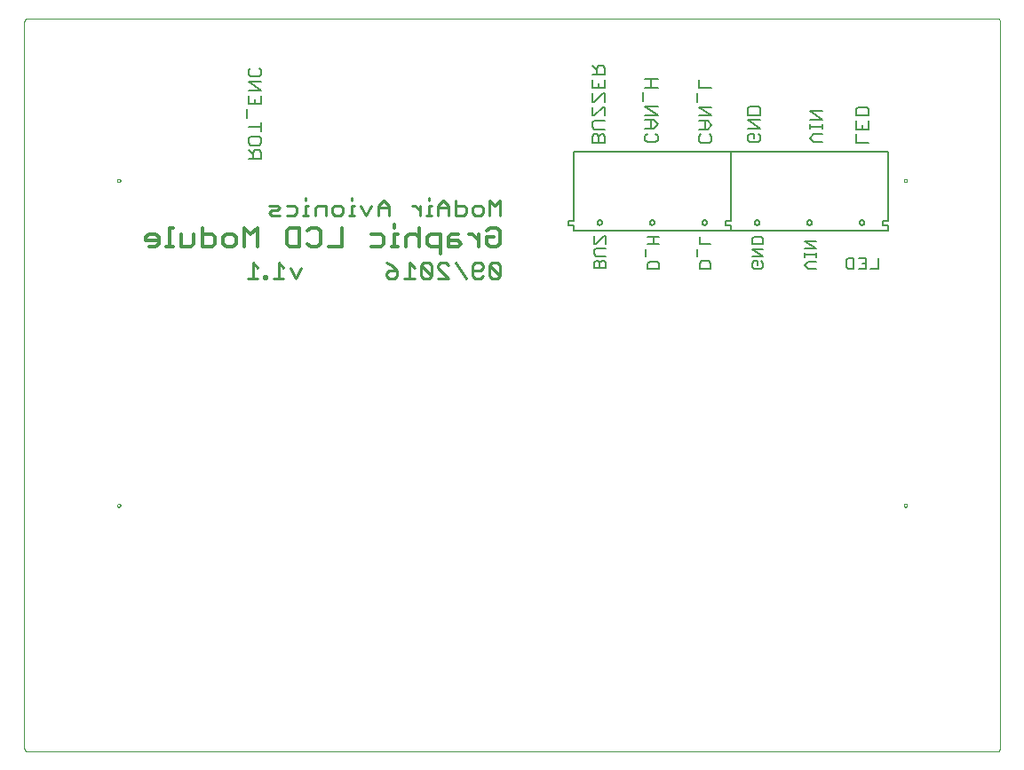
<source format=gbo>
G75*
%MOIN*%
%OFA0B0*%
%FSLAX25Y25*%
%IPPOS*%
%LPD*%
%AMOC8*
5,1,8,0,0,1.08239X$1,22.5*
%
%ADD10C,0.00800*%
%ADD11C,0.00000*%
%ADD12C,0.01100*%
%ADD13C,0.01300*%
%ADD14C,0.00500*%
D10*
X0214904Y0182667D02*
X0214904Y0184769D01*
X0215605Y0185469D01*
X0216305Y0185469D01*
X0217006Y0184769D01*
X0217006Y0182667D01*
X0214904Y0182667D02*
X0219108Y0182667D01*
X0219108Y0184769D01*
X0218407Y0185469D01*
X0217706Y0185469D01*
X0217006Y0184769D01*
X0215605Y0187271D02*
X0214904Y0187971D01*
X0214904Y0189373D01*
X0215605Y0190073D01*
X0219108Y0190073D01*
X0219108Y0191875D02*
X0219108Y0194677D01*
X0218407Y0194677D01*
X0215605Y0191875D01*
X0214904Y0191875D01*
X0214904Y0194677D01*
X0215605Y0187271D02*
X0219108Y0187271D01*
X0234282Y0187074D02*
X0234282Y0189876D01*
X0234983Y0191678D02*
X0239186Y0191678D01*
X0237084Y0191678D02*
X0237084Y0194480D01*
X0234983Y0194480D02*
X0239186Y0194480D01*
X0238486Y0185272D02*
X0239186Y0184572D01*
X0239186Y0182470D01*
X0234983Y0182470D01*
X0234983Y0184572D01*
X0235683Y0185272D01*
X0238486Y0185272D01*
X0253652Y0187106D02*
X0253652Y0189909D01*
X0254353Y0191710D02*
X0254353Y0194513D01*
X0254353Y0191710D02*
X0258556Y0191710D01*
X0257856Y0185305D02*
X0255053Y0185305D01*
X0254353Y0184604D01*
X0254353Y0182502D01*
X0258556Y0182502D01*
X0258556Y0184604D01*
X0257856Y0185305D01*
X0274038Y0184604D02*
X0274038Y0183203D01*
X0274738Y0182502D01*
X0277541Y0182502D01*
X0278241Y0183203D01*
X0278241Y0184604D01*
X0277541Y0185305D01*
X0276140Y0185305D02*
X0276140Y0183904D01*
X0276140Y0185305D02*
X0274738Y0185305D01*
X0274038Y0184604D01*
X0274038Y0187106D02*
X0278241Y0187106D01*
X0274038Y0189909D01*
X0278241Y0189909D01*
X0278241Y0191710D02*
X0274038Y0191710D01*
X0274038Y0193812D01*
X0274738Y0194513D01*
X0277541Y0194513D01*
X0278241Y0193812D01*
X0278241Y0191710D01*
X0293920Y0192781D02*
X0298123Y0192781D01*
X0298123Y0189979D02*
X0293920Y0189979D01*
X0293920Y0188311D02*
X0293920Y0186909D01*
X0293920Y0187610D02*
X0298123Y0187610D01*
X0298123Y0186909D02*
X0298123Y0188311D01*
X0298123Y0189979D02*
X0293920Y0192781D01*
X0295321Y0185108D02*
X0293920Y0183707D01*
X0295321Y0182306D01*
X0298123Y0182306D01*
X0298123Y0185108D02*
X0295321Y0185108D01*
X0309456Y0185809D02*
X0309456Y0183006D01*
X0310156Y0182306D01*
X0312258Y0182306D01*
X0312258Y0186509D01*
X0310156Y0186509D01*
X0309456Y0185809D01*
X0314060Y0186509D02*
X0316862Y0186509D01*
X0316862Y0182306D01*
X0314060Y0182306D01*
X0315461Y0184407D02*
X0316862Y0184407D01*
X0318664Y0182306D02*
X0321466Y0182306D01*
X0321466Y0186509D01*
X0317818Y0229746D02*
X0313014Y0229746D01*
X0313014Y0232949D01*
X0313014Y0234903D02*
X0313014Y0238106D01*
X0313014Y0240059D02*
X0313014Y0242461D01*
X0313815Y0243262D01*
X0317018Y0243262D01*
X0317818Y0242461D01*
X0317818Y0240059D01*
X0313014Y0240059D01*
X0315416Y0236504D02*
X0315416Y0234903D01*
X0317818Y0234903D02*
X0313014Y0234903D01*
X0317818Y0234903D02*
X0317818Y0238106D01*
X0300495Y0238537D02*
X0295691Y0241740D01*
X0300495Y0241740D01*
X0300495Y0238537D02*
X0295691Y0238537D01*
X0295691Y0236701D02*
X0295691Y0235100D01*
X0295691Y0235900D02*
X0300495Y0235900D01*
X0300495Y0235100D02*
X0300495Y0236701D01*
X0300495Y0233146D02*
X0297293Y0233146D01*
X0295691Y0231545D01*
X0297293Y0229943D01*
X0300495Y0229943D01*
X0277267Y0230744D02*
X0276466Y0229943D01*
X0273264Y0229943D01*
X0272463Y0230744D01*
X0272463Y0232345D01*
X0273264Y0233146D01*
X0274865Y0233146D01*
X0274865Y0231545D01*
X0276466Y0233146D02*
X0277267Y0232345D01*
X0277267Y0230744D01*
X0277267Y0235100D02*
X0272463Y0235100D01*
X0272463Y0238302D02*
X0277267Y0238302D01*
X0277267Y0240256D02*
X0272463Y0240256D01*
X0272463Y0242658D01*
X0273264Y0243459D01*
X0276466Y0243459D01*
X0277267Y0242658D01*
X0277267Y0240256D01*
X0277267Y0235100D02*
X0272463Y0238302D01*
X0258960Y0240059D02*
X0254156Y0243262D01*
X0258960Y0243262D01*
X0258960Y0240059D02*
X0254156Y0240059D01*
X0254156Y0238106D02*
X0257359Y0238106D01*
X0258960Y0236504D01*
X0257359Y0234903D01*
X0254156Y0234903D01*
X0254957Y0232949D02*
X0254156Y0232148D01*
X0254156Y0230547D01*
X0254957Y0229746D01*
X0258159Y0229746D01*
X0258960Y0230547D01*
X0258960Y0232148D01*
X0258159Y0232949D01*
X0256558Y0234903D02*
X0256558Y0238106D01*
X0253355Y0245216D02*
X0253355Y0248418D01*
X0254156Y0250372D02*
X0254156Y0253575D01*
X0254156Y0250372D02*
X0258960Y0250372D01*
X0238684Y0250569D02*
X0233880Y0250569D01*
X0233080Y0248615D02*
X0233080Y0245412D01*
X0233880Y0243459D02*
X0238684Y0243459D01*
X0238684Y0240256D02*
X0233880Y0240256D01*
X0233880Y0238302D02*
X0237083Y0238302D01*
X0238684Y0236701D01*
X0237083Y0235100D01*
X0233880Y0235100D01*
X0234681Y0233146D02*
X0233880Y0232345D01*
X0233880Y0230744D01*
X0234681Y0229943D01*
X0237884Y0229943D01*
X0238684Y0230744D01*
X0238684Y0232345D01*
X0237884Y0233146D01*
X0236282Y0235100D02*
X0236282Y0238302D01*
X0238684Y0240256D02*
X0233880Y0243459D01*
X0236282Y0250569D02*
X0236282Y0253772D01*
X0238684Y0253772D02*
X0233880Y0253772D01*
X0218999Y0253575D02*
X0218999Y0250372D01*
X0214195Y0250372D01*
X0214195Y0253575D01*
X0214195Y0255528D02*
X0218999Y0255528D01*
X0218999Y0257930D01*
X0218199Y0258731D01*
X0216597Y0258731D01*
X0215797Y0257930D01*
X0215797Y0255528D01*
X0215797Y0257130D02*
X0214195Y0258731D01*
X0216597Y0251973D02*
X0216597Y0250372D01*
X0218199Y0248418D02*
X0214996Y0245216D01*
X0214195Y0245216D01*
X0214195Y0248418D01*
X0218199Y0248418D02*
X0218999Y0248418D01*
X0218999Y0245216D01*
X0218999Y0243262D02*
X0218199Y0243262D01*
X0214996Y0240059D01*
X0214195Y0240059D01*
X0214195Y0243262D01*
X0218999Y0243262D02*
X0218999Y0240059D01*
X0218999Y0238106D02*
X0214996Y0238106D01*
X0214195Y0237305D01*
X0214195Y0235704D01*
X0214996Y0234903D01*
X0218999Y0234903D01*
X0218199Y0232949D02*
X0217398Y0232949D01*
X0216597Y0232148D01*
X0216597Y0229746D01*
X0214195Y0229746D02*
X0214195Y0232148D01*
X0214996Y0232949D01*
X0215797Y0232949D01*
X0216597Y0232148D01*
X0218199Y0232949D02*
X0218999Y0232148D01*
X0218999Y0229746D01*
X0214195Y0229746D01*
X0089974Y0229727D02*
X0089173Y0228926D01*
X0085971Y0228926D01*
X0085170Y0229727D01*
X0085170Y0231328D01*
X0085971Y0232129D01*
X0089173Y0232129D01*
X0089974Y0231328D01*
X0089974Y0229727D01*
X0089173Y0226972D02*
X0087572Y0226972D01*
X0086771Y0226172D01*
X0086771Y0223770D01*
X0085170Y0223770D02*
X0089974Y0223770D01*
X0089974Y0226172D01*
X0089173Y0226972D01*
X0086771Y0225371D02*
X0085170Y0226972D01*
X0089974Y0234083D02*
X0089974Y0237285D01*
X0089974Y0235684D02*
X0085170Y0235684D01*
X0084369Y0239239D02*
X0084369Y0242442D01*
X0085170Y0244395D02*
X0085170Y0247598D01*
X0085170Y0249552D02*
X0089974Y0249552D01*
X0085170Y0252754D01*
X0089974Y0252754D01*
X0089173Y0254708D02*
X0085971Y0254708D01*
X0085170Y0255509D01*
X0085170Y0257110D01*
X0085971Y0257911D01*
X0089173Y0257911D02*
X0089974Y0257110D01*
X0089974Y0255509D01*
X0089173Y0254708D01*
X0089974Y0247598D02*
X0089974Y0244395D01*
X0085170Y0244395D01*
X0087572Y0244395D02*
X0087572Y0245997D01*
D11*
X0001000Y0275409D02*
X0001000Y0002181D01*
X0001002Y0002115D01*
X0001007Y0002049D01*
X0001017Y0001983D01*
X0001030Y0001918D01*
X0001046Y0001854D01*
X0001066Y0001791D01*
X0001090Y0001729D01*
X0001117Y0001669D01*
X0001147Y0001610D01*
X0001181Y0001553D01*
X0001218Y0001498D01*
X0001258Y0001445D01*
X0001300Y0001394D01*
X0001346Y0001346D01*
X0001394Y0001300D01*
X0001445Y0001258D01*
X0001498Y0001218D01*
X0001553Y0001181D01*
X0001610Y0001147D01*
X0001669Y0001117D01*
X0001729Y0001090D01*
X0001791Y0001066D01*
X0001854Y0001046D01*
X0001918Y0001030D01*
X0001983Y0001017D01*
X0002049Y0001007D01*
X0002115Y0001002D01*
X0002181Y0001000D01*
X0365961Y0001000D01*
X0366027Y0001002D01*
X0366093Y0001007D01*
X0366159Y0001017D01*
X0366224Y0001030D01*
X0366288Y0001046D01*
X0366351Y0001066D01*
X0366413Y0001090D01*
X0366473Y0001117D01*
X0366532Y0001147D01*
X0366589Y0001181D01*
X0366644Y0001218D01*
X0366697Y0001258D01*
X0366748Y0001300D01*
X0366796Y0001346D01*
X0366842Y0001394D01*
X0366884Y0001445D01*
X0366924Y0001498D01*
X0366961Y0001553D01*
X0366995Y0001610D01*
X0367025Y0001669D01*
X0367052Y0001729D01*
X0367076Y0001791D01*
X0367096Y0001854D01*
X0367112Y0001918D01*
X0367125Y0001983D01*
X0367135Y0002049D01*
X0367140Y0002115D01*
X0367142Y0002181D01*
X0367142Y0275409D01*
X0367140Y0275475D01*
X0367135Y0275541D01*
X0367125Y0275607D01*
X0367112Y0275672D01*
X0367096Y0275736D01*
X0367076Y0275799D01*
X0367052Y0275861D01*
X0367025Y0275921D01*
X0366995Y0275980D01*
X0366961Y0276037D01*
X0366924Y0276092D01*
X0366884Y0276145D01*
X0366842Y0276196D01*
X0366796Y0276244D01*
X0366748Y0276290D01*
X0366697Y0276332D01*
X0366644Y0276372D01*
X0366589Y0276409D01*
X0366532Y0276443D01*
X0366473Y0276473D01*
X0366413Y0276500D01*
X0366351Y0276524D01*
X0366288Y0276544D01*
X0366224Y0276560D01*
X0366159Y0276573D01*
X0366093Y0276583D01*
X0366027Y0276588D01*
X0365961Y0276590D01*
X0365961Y0276591D02*
X0002181Y0276591D01*
X0002181Y0276590D02*
X0002115Y0276588D01*
X0002049Y0276583D01*
X0001983Y0276573D01*
X0001918Y0276560D01*
X0001854Y0276544D01*
X0001791Y0276524D01*
X0001729Y0276500D01*
X0001669Y0276473D01*
X0001610Y0276443D01*
X0001553Y0276409D01*
X0001498Y0276372D01*
X0001445Y0276332D01*
X0001394Y0276290D01*
X0001346Y0276244D01*
X0001300Y0276196D01*
X0001258Y0276145D01*
X0001218Y0276092D01*
X0001181Y0276037D01*
X0001147Y0275980D01*
X0001117Y0275921D01*
X0001090Y0275861D01*
X0001066Y0275799D01*
X0001046Y0275736D01*
X0001030Y0275672D01*
X0001017Y0275607D01*
X0001007Y0275541D01*
X0001002Y0275475D01*
X0001000Y0275409D01*
X0035842Y0215567D02*
X0035844Y0215615D01*
X0035850Y0215663D01*
X0035860Y0215710D01*
X0035873Y0215756D01*
X0035891Y0215801D01*
X0035911Y0215845D01*
X0035936Y0215887D01*
X0035964Y0215926D01*
X0035994Y0215963D01*
X0036028Y0215997D01*
X0036065Y0216029D01*
X0036103Y0216058D01*
X0036144Y0216083D01*
X0036187Y0216105D01*
X0036232Y0216123D01*
X0036278Y0216137D01*
X0036325Y0216148D01*
X0036373Y0216155D01*
X0036421Y0216158D01*
X0036469Y0216157D01*
X0036517Y0216152D01*
X0036565Y0216143D01*
X0036611Y0216131D01*
X0036656Y0216114D01*
X0036700Y0216094D01*
X0036742Y0216071D01*
X0036782Y0216044D01*
X0036820Y0216014D01*
X0036855Y0215981D01*
X0036887Y0215945D01*
X0036917Y0215907D01*
X0036943Y0215866D01*
X0036965Y0215823D01*
X0036985Y0215779D01*
X0037000Y0215734D01*
X0037012Y0215687D01*
X0037020Y0215639D01*
X0037024Y0215591D01*
X0037024Y0215543D01*
X0037020Y0215495D01*
X0037012Y0215447D01*
X0037000Y0215400D01*
X0036985Y0215355D01*
X0036965Y0215311D01*
X0036943Y0215268D01*
X0036917Y0215227D01*
X0036887Y0215189D01*
X0036855Y0215153D01*
X0036820Y0215120D01*
X0036782Y0215090D01*
X0036742Y0215063D01*
X0036700Y0215040D01*
X0036656Y0215020D01*
X0036611Y0215003D01*
X0036565Y0214991D01*
X0036517Y0214982D01*
X0036469Y0214977D01*
X0036421Y0214976D01*
X0036373Y0214979D01*
X0036325Y0214986D01*
X0036278Y0214997D01*
X0036232Y0215011D01*
X0036187Y0215029D01*
X0036144Y0215051D01*
X0036103Y0215076D01*
X0036065Y0215105D01*
X0036028Y0215137D01*
X0035994Y0215171D01*
X0035964Y0215208D01*
X0035936Y0215247D01*
X0035911Y0215289D01*
X0035891Y0215333D01*
X0035873Y0215378D01*
X0035860Y0215424D01*
X0035850Y0215471D01*
X0035844Y0215519D01*
X0035842Y0215567D01*
X0035842Y0093520D02*
X0035844Y0093568D01*
X0035850Y0093616D01*
X0035860Y0093663D01*
X0035873Y0093709D01*
X0035891Y0093754D01*
X0035911Y0093798D01*
X0035936Y0093840D01*
X0035964Y0093879D01*
X0035994Y0093916D01*
X0036028Y0093950D01*
X0036065Y0093982D01*
X0036103Y0094011D01*
X0036144Y0094036D01*
X0036187Y0094058D01*
X0036232Y0094076D01*
X0036278Y0094090D01*
X0036325Y0094101D01*
X0036373Y0094108D01*
X0036421Y0094111D01*
X0036469Y0094110D01*
X0036517Y0094105D01*
X0036565Y0094096D01*
X0036611Y0094084D01*
X0036656Y0094067D01*
X0036700Y0094047D01*
X0036742Y0094024D01*
X0036782Y0093997D01*
X0036820Y0093967D01*
X0036855Y0093934D01*
X0036887Y0093898D01*
X0036917Y0093860D01*
X0036943Y0093819D01*
X0036965Y0093776D01*
X0036985Y0093732D01*
X0037000Y0093687D01*
X0037012Y0093640D01*
X0037020Y0093592D01*
X0037024Y0093544D01*
X0037024Y0093496D01*
X0037020Y0093448D01*
X0037012Y0093400D01*
X0037000Y0093353D01*
X0036985Y0093308D01*
X0036965Y0093264D01*
X0036943Y0093221D01*
X0036917Y0093180D01*
X0036887Y0093142D01*
X0036855Y0093106D01*
X0036820Y0093073D01*
X0036782Y0093043D01*
X0036742Y0093016D01*
X0036700Y0092993D01*
X0036656Y0092973D01*
X0036611Y0092956D01*
X0036565Y0092944D01*
X0036517Y0092935D01*
X0036469Y0092930D01*
X0036421Y0092929D01*
X0036373Y0092932D01*
X0036325Y0092939D01*
X0036278Y0092950D01*
X0036232Y0092964D01*
X0036187Y0092982D01*
X0036144Y0093004D01*
X0036103Y0093029D01*
X0036065Y0093058D01*
X0036028Y0093090D01*
X0035994Y0093124D01*
X0035964Y0093161D01*
X0035936Y0093200D01*
X0035911Y0093242D01*
X0035891Y0093286D01*
X0035873Y0093331D01*
X0035860Y0093377D01*
X0035850Y0093424D01*
X0035844Y0093472D01*
X0035842Y0093520D01*
X0331118Y0093520D02*
X0331120Y0093568D01*
X0331126Y0093616D01*
X0331136Y0093663D01*
X0331149Y0093709D01*
X0331167Y0093754D01*
X0331187Y0093798D01*
X0331212Y0093840D01*
X0331240Y0093879D01*
X0331270Y0093916D01*
X0331304Y0093950D01*
X0331341Y0093982D01*
X0331379Y0094011D01*
X0331420Y0094036D01*
X0331463Y0094058D01*
X0331508Y0094076D01*
X0331554Y0094090D01*
X0331601Y0094101D01*
X0331649Y0094108D01*
X0331697Y0094111D01*
X0331745Y0094110D01*
X0331793Y0094105D01*
X0331841Y0094096D01*
X0331887Y0094084D01*
X0331932Y0094067D01*
X0331976Y0094047D01*
X0332018Y0094024D01*
X0332058Y0093997D01*
X0332096Y0093967D01*
X0332131Y0093934D01*
X0332163Y0093898D01*
X0332193Y0093860D01*
X0332219Y0093819D01*
X0332241Y0093776D01*
X0332261Y0093732D01*
X0332276Y0093687D01*
X0332288Y0093640D01*
X0332296Y0093592D01*
X0332300Y0093544D01*
X0332300Y0093496D01*
X0332296Y0093448D01*
X0332288Y0093400D01*
X0332276Y0093353D01*
X0332261Y0093308D01*
X0332241Y0093264D01*
X0332219Y0093221D01*
X0332193Y0093180D01*
X0332163Y0093142D01*
X0332131Y0093106D01*
X0332096Y0093073D01*
X0332058Y0093043D01*
X0332018Y0093016D01*
X0331976Y0092993D01*
X0331932Y0092973D01*
X0331887Y0092956D01*
X0331841Y0092944D01*
X0331793Y0092935D01*
X0331745Y0092930D01*
X0331697Y0092929D01*
X0331649Y0092932D01*
X0331601Y0092939D01*
X0331554Y0092950D01*
X0331508Y0092964D01*
X0331463Y0092982D01*
X0331420Y0093004D01*
X0331379Y0093029D01*
X0331341Y0093058D01*
X0331304Y0093090D01*
X0331270Y0093124D01*
X0331240Y0093161D01*
X0331212Y0093200D01*
X0331187Y0093242D01*
X0331167Y0093286D01*
X0331149Y0093331D01*
X0331136Y0093377D01*
X0331126Y0093424D01*
X0331120Y0093472D01*
X0331118Y0093520D01*
X0331118Y0215567D02*
X0331120Y0215615D01*
X0331126Y0215663D01*
X0331136Y0215710D01*
X0331149Y0215756D01*
X0331167Y0215801D01*
X0331187Y0215845D01*
X0331212Y0215887D01*
X0331240Y0215926D01*
X0331270Y0215963D01*
X0331304Y0215997D01*
X0331341Y0216029D01*
X0331379Y0216058D01*
X0331420Y0216083D01*
X0331463Y0216105D01*
X0331508Y0216123D01*
X0331554Y0216137D01*
X0331601Y0216148D01*
X0331649Y0216155D01*
X0331697Y0216158D01*
X0331745Y0216157D01*
X0331793Y0216152D01*
X0331841Y0216143D01*
X0331887Y0216131D01*
X0331932Y0216114D01*
X0331976Y0216094D01*
X0332018Y0216071D01*
X0332058Y0216044D01*
X0332096Y0216014D01*
X0332131Y0215981D01*
X0332163Y0215945D01*
X0332193Y0215907D01*
X0332219Y0215866D01*
X0332241Y0215823D01*
X0332261Y0215779D01*
X0332276Y0215734D01*
X0332288Y0215687D01*
X0332296Y0215639D01*
X0332300Y0215591D01*
X0332300Y0215543D01*
X0332296Y0215495D01*
X0332288Y0215447D01*
X0332276Y0215400D01*
X0332261Y0215355D01*
X0332241Y0215311D01*
X0332219Y0215268D01*
X0332193Y0215227D01*
X0332163Y0215189D01*
X0332131Y0215153D01*
X0332096Y0215120D01*
X0332058Y0215090D01*
X0332018Y0215063D01*
X0331976Y0215040D01*
X0331932Y0215020D01*
X0331887Y0215003D01*
X0331841Y0214991D01*
X0331793Y0214982D01*
X0331745Y0214977D01*
X0331697Y0214976D01*
X0331649Y0214979D01*
X0331601Y0214986D01*
X0331554Y0214997D01*
X0331508Y0215011D01*
X0331463Y0215029D01*
X0331420Y0215051D01*
X0331379Y0215076D01*
X0331341Y0215105D01*
X0331304Y0215137D01*
X0331270Y0215171D01*
X0331240Y0215208D01*
X0331212Y0215247D01*
X0331187Y0215289D01*
X0331167Y0215333D01*
X0331149Y0215378D01*
X0331136Y0215424D01*
X0331126Y0215471D01*
X0331120Y0215519D01*
X0331118Y0215567D01*
D12*
X0179584Y0208242D02*
X0179584Y0202337D01*
X0175647Y0202337D02*
X0175647Y0208242D01*
X0177616Y0206274D01*
X0179584Y0208242D01*
X0173138Y0205290D02*
X0173138Y0203322D01*
X0172154Y0202337D01*
X0170186Y0202337D01*
X0169202Y0203322D01*
X0169202Y0205290D01*
X0170186Y0206274D01*
X0172154Y0206274D01*
X0173138Y0205290D01*
X0166693Y0205290D02*
X0165709Y0206274D01*
X0162756Y0206274D01*
X0162756Y0208242D02*
X0162756Y0202337D01*
X0165709Y0202337D01*
X0166693Y0203322D01*
X0166693Y0205290D01*
X0160247Y0205290D02*
X0156311Y0205290D01*
X0156311Y0206274D02*
X0156311Y0202337D01*
X0153802Y0202337D02*
X0151834Y0202337D01*
X0152818Y0202337D02*
X0152818Y0206274D01*
X0153802Y0206274D01*
X0152818Y0208242D02*
X0152818Y0209227D01*
X0149505Y0206274D02*
X0149505Y0202337D01*
X0149505Y0204306D02*
X0147537Y0206274D01*
X0146552Y0206274D01*
X0137688Y0206274D02*
X0137688Y0202337D01*
X0137688Y0205290D02*
X0133751Y0205290D01*
X0133751Y0206274D02*
X0133751Y0202337D01*
X0129274Y0202337D02*
X0127306Y0206274D01*
X0124797Y0206274D02*
X0123813Y0206274D01*
X0123813Y0202337D01*
X0124797Y0202337D02*
X0122829Y0202337D01*
X0120500Y0203322D02*
X0119516Y0202337D01*
X0117548Y0202337D01*
X0116563Y0203322D01*
X0116563Y0205290D01*
X0117548Y0206274D01*
X0119516Y0206274D01*
X0120500Y0205290D01*
X0120500Y0203322D01*
X0123813Y0208242D02*
X0123813Y0209227D01*
X0131243Y0206274D02*
X0129274Y0202337D01*
X0133751Y0206274D02*
X0135720Y0208242D01*
X0137688Y0206274D01*
X0156311Y0206274D02*
X0158279Y0208242D01*
X0160247Y0206274D01*
X0160247Y0202337D01*
X0159263Y0184620D02*
X0157295Y0184620D01*
X0156311Y0183636D01*
X0156311Y0182652D01*
X0160247Y0178715D01*
X0156311Y0178715D01*
X0153802Y0179700D02*
X0149865Y0183636D01*
X0149865Y0179700D01*
X0150849Y0178715D01*
X0152818Y0178715D01*
X0153802Y0179700D01*
X0153802Y0183636D01*
X0152818Y0184620D01*
X0150849Y0184620D01*
X0149865Y0183636D01*
X0147356Y0182652D02*
X0145388Y0184620D01*
X0145388Y0178715D01*
X0147356Y0178715D02*
X0143420Y0178715D01*
X0140911Y0179700D02*
X0139927Y0178715D01*
X0137958Y0178715D01*
X0136974Y0179700D01*
X0136974Y0180684D01*
X0137958Y0181668D01*
X0140911Y0181668D01*
X0140911Y0179700D01*
X0140911Y0181668D02*
X0138943Y0183636D01*
X0136974Y0184620D01*
X0159263Y0184620D02*
X0160247Y0183636D01*
X0162756Y0184620D02*
X0166693Y0178715D01*
X0169202Y0179700D02*
X0169202Y0183636D01*
X0170186Y0184620D01*
X0172154Y0184620D01*
X0173138Y0183636D01*
X0173138Y0182652D01*
X0172154Y0181668D01*
X0169202Y0181668D01*
X0169202Y0179700D02*
X0170186Y0178715D01*
X0172154Y0178715D01*
X0173138Y0179700D01*
X0175647Y0179700D02*
X0176631Y0178715D01*
X0178600Y0178715D01*
X0179584Y0179700D01*
X0175647Y0183636D01*
X0175647Y0179700D01*
X0179584Y0179700D02*
X0179584Y0183636D01*
X0178600Y0184620D01*
X0176631Y0184620D01*
X0175647Y0183636D01*
X0114055Y0202337D02*
X0114055Y0206274D01*
X0111102Y0206274D01*
X0110118Y0205290D01*
X0110118Y0202337D01*
X0107609Y0202337D02*
X0105641Y0202337D01*
X0106625Y0202337D02*
X0106625Y0206274D01*
X0107609Y0206274D01*
X0106625Y0208242D02*
X0106625Y0209227D01*
X0103312Y0205290D02*
X0102328Y0206274D01*
X0099375Y0206274D01*
X0096867Y0205290D02*
X0095882Y0206274D01*
X0092930Y0206274D01*
X0093914Y0204306D02*
X0095882Y0204306D01*
X0096867Y0205290D01*
X0096867Y0202337D02*
X0093914Y0202337D01*
X0092930Y0203322D01*
X0093914Y0204306D01*
X0099375Y0202337D02*
X0102328Y0202337D01*
X0103312Y0203322D01*
X0103312Y0205290D01*
X0096367Y0184620D02*
X0096367Y0178715D01*
X0098335Y0178715D02*
X0094399Y0178715D01*
X0091890Y0178715D02*
X0090906Y0178715D01*
X0090906Y0179700D01*
X0091890Y0179700D01*
X0091890Y0178715D01*
X0088667Y0178715D02*
X0084730Y0178715D01*
X0086699Y0178715D02*
X0086699Y0184620D01*
X0088667Y0182652D01*
X0096367Y0184620D02*
X0098335Y0182652D01*
X0100844Y0182652D02*
X0102812Y0178715D01*
X0104781Y0182652D01*
D13*
X0104256Y0190626D02*
X0100603Y0190626D01*
X0099385Y0191844D01*
X0099385Y0196715D01*
X0100603Y0197933D01*
X0104256Y0197933D01*
X0104256Y0190626D01*
X0107304Y0191844D02*
X0108521Y0190626D01*
X0110957Y0190626D01*
X0112174Y0191844D01*
X0112174Y0196715D01*
X0110957Y0197933D01*
X0108521Y0197933D01*
X0107304Y0196715D01*
X0115222Y0190626D02*
X0120093Y0190626D01*
X0120093Y0197933D01*
X0131060Y0195497D02*
X0134713Y0195497D01*
X0135931Y0194279D01*
X0135931Y0191844D01*
X0134713Y0190626D01*
X0131060Y0190626D01*
X0138774Y0190626D02*
X0141210Y0190626D01*
X0139992Y0190626D02*
X0139992Y0195497D01*
X0141210Y0195497D01*
X0139992Y0197933D02*
X0139992Y0199150D01*
X0144258Y0194279D02*
X0145475Y0195497D01*
X0147911Y0195497D01*
X0149129Y0194279D01*
X0152177Y0194279D02*
X0153394Y0195497D01*
X0157047Y0195497D01*
X0157047Y0188191D01*
X0157047Y0190626D02*
X0153394Y0190626D01*
X0152177Y0191844D01*
X0152177Y0194279D01*
X0149129Y0190626D02*
X0149129Y0197933D01*
X0144258Y0194279D02*
X0144258Y0190626D01*
X0160095Y0190626D02*
X0163748Y0190626D01*
X0164966Y0191844D01*
X0163748Y0193062D01*
X0160095Y0193062D01*
X0160095Y0194279D02*
X0160095Y0190626D01*
X0160095Y0194279D02*
X0161313Y0195497D01*
X0163748Y0195497D01*
X0167912Y0195497D02*
X0169130Y0195497D01*
X0171565Y0193062D01*
X0171565Y0195497D02*
X0171565Y0190626D01*
X0174613Y0191844D02*
X0174613Y0194279D01*
X0177048Y0194279D01*
X0174613Y0191844D02*
X0175831Y0190626D01*
X0178266Y0190626D01*
X0179484Y0191844D01*
X0179484Y0196715D01*
X0178266Y0197933D01*
X0175831Y0197933D01*
X0174613Y0196715D01*
X0088418Y0197933D02*
X0088418Y0190626D01*
X0083547Y0190626D02*
X0083547Y0197933D01*
X0085983Y0195497D01*
X0088418Y0197933D01*
X0080499Y0194279D02*
X0080499Y0191844D01*
X0079282Y0190626D01*
X0076846Y0190626D01*
X0075629Y0191844D01*
X0075629Y0194279D01*
X0076846Y0195497D01*
X0079282Y0195497D01*
X0080499Y0194279D01*
X0072581Y0194279D02*
X0071363Y0195497D01*
X0067710Y0195497D01*
X0067710Y0197933D02*
X0067710Y0190626D01*
X0071363Y0190626D01*
X0072581Y0191844D01*
X0072581Y0194279D01*
X0064662Y0195497D02*
X0064662Y0191844D01*
X0063444Y0190626D01*
X0059791Y0190626D01*
X0059791Y0195497D01*
X0056743Y0197933D02*
X0055525Y0197933D01*
X0055525Y0190626D01*
X0054308Y0190626D02*
X0056743Y0190626D01*
X0051464Y0191844D02*
X0050246Y0190626D01*
X0047811Y0190626D01*
X0046593Y0193062D02*
X0051464Y0193062D01*
X0051464Y0194279D02*
X0050246Y0195497D01*
X0047811Y0195497D01*
X0046593Y0194279D01*
X0046593Y0193062D01*
X0051464Y0191844D02*
X0051464Y0194279D01*
D14*
X0205134Y0198638D02*
X0207102Y0198638D01*
X0207102Y0196669D01*
X0266157Y0196669D01*
X0266157Y0198638D01*
X0264189Y0198638D01*
X0264189Y0200606D01*
X0266157Y0200606D01*
X0266157Y0226591D01*
X0207102Y0226591D01*
X0207102Y0200606D01*
X0205134Y0200606D01*
X0205134Y0198638D01*
X0216065Y0199819D02*
X0216067Y0199878D01*
X0216073Y0199936D01*
X0216083Y0199994D01*
X0216096Y0200051D01*
X0216114Y0200108D01*
X0216135Y0200163D01*
X0216160Y0200216D01*
X0216188Y0200267D01*
X0216219Y0200317D01*
X0216254Y0200364D01*
X0216292Y0200409D01*
X0216333Y0200452D01*
X0216377Y0200491D01*
X0216423Y0200527D01*
X0216471Y0200561D01*
X0216522Y0200591D01*
X0216575Y0200617D01*
X0216629Y0200640D01*
X0216684Y0200659D01*
X0216741Y0200675D01*
X0216799Y0200687D01*
X0216857Y0200695D01*
X0216916Y0200699D01*
X0216974Y0200699D01*
X0217033Y0200695D01*
X0217091Y0200687D01*
X0217149Y0200675D01*
X0217206Y0200659D01*
X0217261Y0200640D01*
X0217315Y0200617D01*
X0217368Y0200591D01*
X0217419Y0200561D01*
X0217467Y0200527D01*
X0217513Y0200491D01*
X0217557Y0200452D01*
X0217598Y0200409D01*
X0217636Y0200364D01*
X0217671Y0200317D01*
X0217702Y0200267D01*
X0217730Y0200216D01*
X0217755Y0200163D01*
X0217776Y0200108D01*
X0217794Y0200051D01*
X0217807Y0199994D01*
X0217817Y0199936D01*
X0217823Y0199878D01*
X0217825Y0199819D01*
X0217823Y0199760D01*
X0217817Y0199702D01*
X0217807Y0199644D01*
X0217794Y0199587D01*
X0217776Y0199530D01*
X0217755Y0199475D01*
X0217730Y0199422D01*
X0217702Y0199371D01*
X0217671Y0199321D01*
X0217636Y0199274D01*
X0217598Y0199229D01*
X0217557Y0199186D01*
X0217513Y0199147D01*
X0217467Y0199111D01*
X0217419Y0199077D01*
X0217368Y0199047D01*
X0217315Y0199021D01*
X0217261Y0198998D01*
X0217206Y0198979D01*
X0217149Y0198963D01*
X0217091Y0198951D01*
X0217033Y0198943D01*
X0216974Y0198939D01*
X0216916Y0198939D01*
X0216857Y0198943D01*
X0216799Y0198951D01*
X0216741Y0198963D01*
X0216684Y0198979D01*
X0216629Y0198998D01*
X0216575Y0199021D01*
X0216522Y0199047D01*
X0216471Y0199077D01*
X0216423Y0199111D01*
X0216377Y0199147D01*
X0216333Y0199186D01*
X0216292Y0199229D01*
X0216254Y0199274D01*
X0216219Y0199321D01*
X0216188Y0199371D01*
X0216160Y0199422D01*
X0216135Y0199475D01*
X0216114Y0199530D01*
X0216096Y0199587D01*
X0216083Y0199644D01*
X0216073Y0199702D01*
X0216067Y0199760D01*
X0216065Y0199819D01*
X0235750Y0199819D02*
X0235752Y0199878D01*
X0235758Y0199936D01*
X0235768Y0199994D01*
X0235781Y0200051D01*
X0235799Y0200108D01*
X0235820Y0200163D01*
X0235845Y0200216D01*
X0235873Y0200267D01*
X0235904Y0200317D01*
X0235939Y0200364D01*
X0235977Y0200409D01*
X0236018Y0200452D01*
X0236062Y0200491D01*
X0236108Y0200527D01*
X0236156Y0200561D01*
X0236207Y0200591D01*
X0236260Y0200617D01*
X0236314Y0200640D01*
X0236369Y0200659D01*
X0236426Y0200675D01*
X0236484Y0200687D01*
X0236542Y0200695D01*
X0236601Y0200699D01*
X0236659Y0200699D01*
X0236718Y0200695D01*
X0236776Y0200687D01*
X0236834Y0200675D01*
X0236891Y0200659D01*
X0236946Y0200640D01*
X0237000Y0200617D01*
X0237053Y0200591D01*
X0237104Y0200561D01*
X0237152Y0200527D01*
X0237198Y0200491D01*
X0237242Y0200452D01*
X0237283Y0200409D01*
X0237321Y0200364D01*
X0237356Y0200317D01*
X0237387Y0200267D01*
X0237415Y0200216D01*
X0237440Y0200163D01*
X0237461Y0200108D01*
X0237479Y0200051D01*
X0237492Y0199994D01*
X0237502Y0199936D01*
X0237508Y0199878D01*
X0237510Y0199819D01*
X0237508Y0199760D01*
X0237502Y0199702D01*
X0237492Y0199644D01*
X0237479Y0199587D01*
X0237461Y0199530D01*
X0237440Y0199475D01*
X0237415Y0199422D01*
X0237387Y0199371D01*
X0237356Y0199321D01*
X0237321Y0199274D01*
X0237283Y0199229D01*
X0237242Y0199186D01*
X0237198Y0199147D01*
X0237152Y0199111D01*
X0237104Y0199077D01*
X0237053Y0199047D01*
X0237000Y0199021D01*
X0236946Y0198998D01*
X0236891Y0198979D01*
X0236834Y0198963D01*
X0236776Y0198951D01*
X0236718Y0198943D01*
X0236659Y0198939D01*
X0236601Y0198939D01*
X0236542Y0198943D01*
X0236484Y0198951D01*
X0236426Y0198963D01*
X0236369Y0198979D01*
X0236314Y0198998D01*
X0236260Y0199021D01*
X0236207Y0199047D01*
X0236156Y0199077D01*
X0236108Y0199111D01*
X0236062Y0199147D01*
X0236018Y0199186D01*
X0235977Y0199229D01*
X0235939Y0199274D01*
X0235904Y0199321D01*
X0235873Y0199371D01*
X0235845Y0199422D01*
X0235820Y0199475D01*
X0235799Y0199530D01*
X0235781Y0199587D01*
X0235768Y0199644D01*
X0235758Y0199702D01*
X0235752Y0199760D01*
X0235750Y0199819D01*
X0255435Y0199819D02*
X0255437Y0199878D01*
X0255443Y0199936D01*
X0255453Y0199994D01*
X0255466Y0200051D01*
X0255484Y0200108D01*
X0255505Y0200163D01*
X0255530Y0200216D01*
X0255558Y0200267D01*
X0255589Y0200317D01*
X0255624Y0200364D01*
X0255662Y0200409D01*
X0255703Y0200452D01*
X0255747Y0200491D01*
X0255793Y0200527D01*
X0255841Y0200561D01*
X0255892Y0200591D01*
X0255945Y0200617D01*
X0255999Y0200640D01*
X0256054Y0200659D01*
X0256111Y0200675D01*
X0256169Y0200687D01*
X0256227Y0200695D01*
X0256286Y0200699D01*
X0256344Y0200699D01*
X0256403Y0200695D01*
X0256461Y0200687D01*
X0256519Y0200675D01*
X0256576Y0200659D01*
X0256631Y0200640D01*
X0256685Y0200617D01*
X0256738Y0200591D01*
X0256789Y0200561D01*
X0256837Y0200527D01*
X0256883Y0200491D01*
X0256927Y0200452D01*
X0256968Y0200409D01*
X0257006Y0200364D01*
X0257041Y0200317D01*
X0257072Y0200267D01*
X0257100Y0200216D01*
X0257125Y0200163D01*
X0257146Y0200108D01*
X0257164Y0200051D01*
X0257177Y0199994D01*
X0257187Y0199936D01*
X0257193Y0199878D01*
X0257195Y0199819D01*
X0257193Y0199760D01*
X0257187Y0199702D01*
X0257177Y0199644D01*
X0257164Y0199587D01*
X0257146Y0199530D01*
X0257125Y0199475D01*
X0257100Y0199422D01*
X0257072Y0199371D01*
X0257041Y0199321D01*
X0257006Y0199274D01*
X0256968Y0199229D01*
X0256927Y0199186D01*
X0256883Y0199147D01*
X0256837Y0199111D01*
X0256789Y0199077D01*
X0256738Y0199047D01*
X0256685Y0199021D01*
X0256631Y0198998D01*
X0256576Y0198979D01*
X0256519Y0198963D01*
X0256461Y0198951D01*
X0256403Y0198943D01*
X0256344Y0198939D01*
X0256286Y0198939D01*
X0256227Y0198943D01*
X0256169Y0198951D01*
X0256111Y0198963D01*
X0256054Y0198979D01*
X0255999Y0198998D01*
X0255945Y0199021D01*
X0255892Y0199047D01*
X0255841Y0199077D01*
X0255793Y0199111D01*
X0255747Y0199147D01*
X0255703Y0199186D01*
X0255662Y0199229D01*
X0255624Y0199274D01*
X0255589Y0199321D01*
X0255558Y0199371D01*
X0255530Y0199422D01*
X0255505Y0199475D01*
X0255484Y0199530D01*
X0255466Y0199587D01*
X0255453Y0199644D01*
X0255443Y0199702D01*
X0255437Y0199760D01*
X0255435Y0199819D01*
X0264189Y0200606D02*
X0264189Y0198638D01*
X0266157Y0198638D01*
X0266157Y0196669D01*
X0325213Y0196669D01*
X0325213Y0198638D01*
X0323244Y0198638D01*
X0323244Y0200606D01*
X0325213Y0200606D01*
X0325213Y0226591D01*
X0266157Y0226591D01*
X0266157Y0200606D01*
X0264189Y0200606D01*
X0275120Y0199819D02*
X0275122Y0199878D01*
X0275128Y0199936D01*
X0275138Y0199994D01*
X0275151Y0200051D01*
X0275169Y0200108D01*
X0275190Y0200163D01*
X0275215Y0200216D01*
X0275243Y0200267D01*
X0275274Y0200317D01*
X0275309Y0200364D01*
X0275347Y0200409D01*
X0275388Y0200452D01*
X0275432Y0200491D01*
X0275478Y0200527D01*
X0275526Y0200561D01*
X0275577Y0200591D01*
X0275630Y0200617D01*
X0275684Y0200640D01*
X0275739Y0200659D01*
X0275796Y0200675D01*
X0275854Y0200687D01*
X0275912Y0200695D01*
X0275971Y0200699D01*
X0276029Y0200699D01*
X0276088Y0200695D01*
X0276146Y0200687D01*
X0276204Y0200675D01*
X0276261Y0200659D01*
X0276316Y0200640D01*
X0276370Y0200617D01*
X0276423Y0200591D01*
X0276474Y0200561D01*
X0276522Y0200527D01*
X0276568Y0200491D01*
X0276612Y0200452D01*
X0276653Y0200409D01*
X0276691Y0200364D01*
X0276726Y0200317D01*
X0276757Y0200267D01*
X0276785Y0200216D01*
X0276810Y0200163D01*
X0276831Y0200108D01*
X0276849Y0200051D01*
X0276862Y0199994D01*
X0276872Y0199936D01*
X0276878Y0199878D01*
X0276880Y0199819D01*
X0276878Y0199760D01*
X0276872Y0199702D01*
X0276862Y0199644D01*
X0276849Y0199587D01*
X0276831Y0199530D01*
X0276810Y0199475D01*
X0276785Y0199422D01*
X0276757Y0199371D01*
X0276726Y0199321D01*
X0276691Y0199274D01*
X0276653Y0199229D01*
X0276612Y0199186D01*
X0276568Y0199147D01*
X0276522Y0199111D01*
X0276474Y0199077D01*
X0276423Y0199047D01*
X0276370Y0199021D01*
X0276316Y0198998D01*
X0276261Y0198979D01*
X0276204Y0198963D01*
X0276146Y0198951D01*
X0276088Y0198943D01*
X0276029Y0198939D01*
X0275971Y0198939D01*
X0275912Y0198943D01*
X0275854Y0198951D01*
X0275796Y0198963D01*
X0275739Y0198979D01*
X0275684Y0198998D01*
X0275630Y0199021D01*
X0275577Y0199047D01*
X0275526Y0199077D01*
X0275478Y0199111D01*
X0275432Y0199147D01*
X0275388Y0199186D01*
X0275347Y0199229D01*
X0275309Y0199274D01*
X0275274Y0199321D01*
X0275243Y0199371D01*
X0275215Y0199422D01*
X0275190Y0199475D01*
X0275169Y0199530D01*
X0275151Y0199587D01*
X0275138Y0199644D01*
X0275128Y0199702D01*
X0275122Y0199760D01*
X0275120Y0199819D01*
X0294805Y0199819D02*
X0294807Y0199878D01*
X0294813Y0199936D01*
X0294823Y0199994D01*
X0294836Y0200051D01*
X0294854Y0200108D01*
X0294875Y0200163D01*
X0294900Y0200216D01*
X0294928Y0200267D01*
X0294959Y0200317D01*
X0294994Y0200364D01*
X0295032Y0200409D01*
X0295073Y0200452D01*
X0295117Y0200491D01*
X0295163Y0200527D01*
X0295211Y0200561D01*
X0295262Y0200591D01*
X0295315Y0200617D01*
X0295369Y0200640D01*
X0295424Y0200659D01*
X0295481Y0200675D01*
X0295539Y0200687D01*
X0295597Y0200695D01*
X0295656Y0200699D01*
X0295714Y0200699D01*
X0295773Y0200695D01*
X0295831Y0200687D01*
X0295889Y0200675D01*
X0295946Y0200659D01*
X0296001Y0200640D01*
X0296055Y0200617D01*
X0296108Y0200591D01*
X0296159Y0200561D01*
X0296207Y0200527D01*
X0296253Y0200491D01*
X0296297Y0200452D01*
X0296338Y0200409D01*
X0296376Y0200364D01*
X0296411Y0200317D01*
X0296442Y0200267D01*
X0296470Y0200216D01*
X0296495Y0200163D01*
X0296516Y0200108D01*
X0296534Y0200051D01*
X0296547Y0199994D01*
X0296557Y0199936D01*
X0296563Y0199878D01*
X0296565Y0199819D01*
X0296563Y0199760D01*
X0296557Y0199702D01*
X0296547Y0199644D01*
X0296534Y0199587D01*
X0296516Y0199530D01*
X0296495Y0199475D01*
X0296470Y0199422D01*
X0296442Y0199371D01*
X0296411Y0199321D01*
X0296376Y0199274D01*
X0296338Y0199229D01*
X0296297Y0199186D01*
X0296253Y0199147D01*
X0296207Y0199111D01*
X0296159Y0199077D01*
X0296108Y0199047D01*
X0296055Y0199021D01*
X0296001Y0198998D01*
X0295946Y0198979D01*
X0295889Y0198963D01*
X0295831Y0198951D01*
X0295773Y0198943D01*
X0295714Y0198939D01*
X0295656Y0198939D01*
X0295597Y0198943D01*
X0295539Y0198951D01*
X0295481Y0198963D01*
X0295424Y0198979D01*
X0295369Y0198998D01*
X0295315Y0199021D01*
X0295262Y0199047D01*
X0295211Y0199077D01*
X0295163Y0199111D01*
X0295117Y0199147D01*
X0295073Y0199186D01*
X0295032Y0199229D01*
X0294994Y0199274D01*
X0294959Y0199321D01*
X0294928Y0199371D01*
X0294900Y0199422D01*
X0294875Y0199475D01*
X0294854Y0199530D01*
X0294836Y0199587D01*
X0294823Y0199644D01*
X0294813Y0199702D01*
X0294807Y0199760D01*
X0294805Y0199819D01*
X0314490Y0199819D02*
X0314492Y0199878D01*
X0314498Y0199936D01*
X0314508Y0199994D01*
X0314521Y0200051D01*
X0314539Y0200108D01*
X0314560Y0200163D01*
X0314585Y0200216D01*
X0314613Y0200267D01*
X0314644Y0200317D01*
X0314679Y0200364D01*
X0314717Y0200409D01*
X0314758Y0200452D01*
X0314802Y0200491D01*
X0314848Y0200527D01*
X0314896Y0200561D01*
X0314947Y0200591D01*
X0315000Y0200617D01*
X0315054Y0200640D01*
X0315109Y0200659D01*
X0315166Y0200675D01*
X0315224Y0200687D01*
X0315282Y0200695D01*
X0315341Y0200699D01*
X0315399Y0200699D01*
X0315458Y0200695D01*
X0315516Y0200687D01*
X0315574Y0200675D01*
X0315631Y0200659D01*
X0315686Y0200640D01*
X0315740Y0200617D01*
X0315793Y0200591D01*
X0315844Y0200561D01*
X0315892Y0200527D01*
X0315938Y0200491D01*
X0315982Y0200452D01*
X0316023Y0200409D01*
X0316061Y0200364D01*
X0316096Y0200317D01*
X0316127Y0200267D01*
X0316155Y0200216D01*
X0316180Y0200163D01*
X0316201Y0200108D01*
X0316219Y0200051D01*
X0316232Y0199994D01*
X0316242Y0199936D01*
X0316248Y0199878D01*
X0316250Y0199819D01*
X0316248Y0199760D01*
X0316242Y0199702D01*
X0316232Y0199644D01*
X0316219Y0199587D01*
X0316201Y0199530D01*
X0316180Y0199475D01*
X0316155Y0199422D01*
X0316127Y0199371D01*
X0316096Y0199321D01*
X0316061Y0199274D01*
X0316023Y0199229D01*
X0315982Y0199186D01*
X0315938Y0199147D01*
X0315892Y0199111D01*
X0315844Y0199077D01*
X0315793Y0199047D01*
X0315740Y0199021D01*
X0315686Y0198998D01*
X0315631Y0198979D01*
X0315574Y0198963D01*
X0315516Y0198951D01*
X0315458Y0198943D01*
X0315399Y0198939D01*
X0315341Y0198939D01*
X0315282Y0198943D01*
X0315224Y0198951D01*
X0315166Y0198963D01*
X0315109Y0198979D01*
X0315054Y0198998D01*
X0315000Y0199021D01*
X0314947Y0199047D01*
X0314896Y0199077D01*
X0314848Y0199111D01*
X0314802Y0199147D01*
X0314758Y0199186D01*
X0314717Y0199229D01*
X0314679Y0199274D01*
X0314644Y0199321D01*
X0314613Y0199371D01*
X0314585Y0199422D01*
X0314560Y0199475D01*
X0314539Y0199530D01*
X0314521Y0199587D01*
X0314508Y0199644D01*
X0314498Y0199702D01*
X0314492Y0199760D01*
X0314490Y0199819D01*
M02*

</source>
